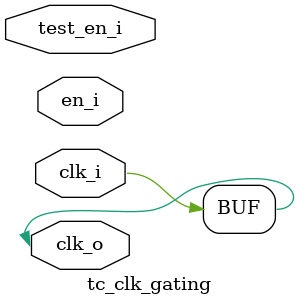
<source format=v>
module tc_clk_gating (
	clk_i,
	en_i,
	test_en_i,
	clk_o
);
	// Trace: verif/tc_clk_gating.sv:2:5
	input wire clk_i;
	// Trace: verif/tc_clk_gating.sv:3:5
	input wire en_i;
	// Trace: verif/tc_clk_gating.sv:4:2
	input wire test_en_i;
	// Trace: verif/tc_clk_gating.sv:5:2
	input wire clk_o;
	// Trace: verif/tc_clk_gating.sv:8:5
	assign clk_o = clk_i;
endmodule

</source>
